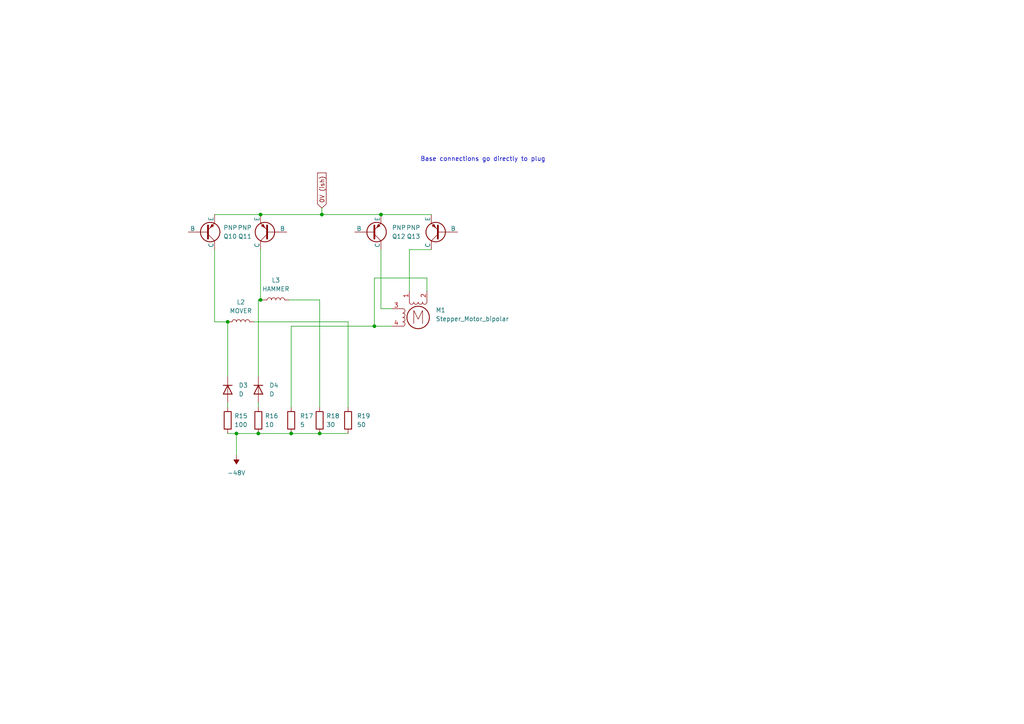
<source format=kicad_sch>
(kicad_sch (version 20250114) (generator "eeschema") (generator_version "9.0")
  (paper "A4")
  (lib_symbols
    (symbol "Device:D" (pin_numbers (hide yes)) (pin_names (offset 1.016) (hide yes))
      (property "Reference" "D" (at 0 2.54 0))
      (property "Value" "D" (at 0 -2.54 0))
      (symbol "D_0_1"
        (polyline (pts (xy -1.27 1.27) (xy -1.27 -1.27)) (stroke (width 0.254)))
        (polyline (pts (xy 1.27 1.27) (xy 1.27 -1.27) (xy -1.27 0) (xy 1.27 1.27)) (stroke (width 0.254)))
        (polyline (pts (xy 1.27 0) (xy -1.27 0)))
      )
      (symbol "D_1_1"
        (pin passive line (at -3.81 0 0) (length 2.54) (name "K") (number "1"))
        (pin passive line (at 3.81 0 180) (length 2.54) (name "A") (number "2"))
      )
    )
    (symbol "Device:L" (pin_numbers (hide yes)) (pin_names (offset 1.016) (hide yes))
      (property "Reference" "L" (at -1.27 0 90))
      (property "Value" "L" (at 1.905 0 90))
      (symbol "L_0_1"
        (arc (start 0 2.54) (mid 0.6323 1.905) (end 0 1.27))
        (arc (start 0 1.27) (mid 0.6323 0.635) (end 0 0))
        (arc (start 0 0) (mid 0.6323 -0.635) (end 0 -1.27))
        (arc (start 0 -1.27) (mid 0.6323 -1.905) (end 0 -2.54))
      )
      (symbol "L_1_1"
        (pin passive line (at 0 3.81 270) (length 1.27) (name "1") (number "1"))
        (pin passive line (at 0 -3.81 90) (length 1.27) (name "2") (number "2"))
      )
    )
    (symbol "Device:R" (pin_numbers (hide yes)) (pin_names (offset 0))
      (property "Reference" "R" (at 2.032 0 90))
      (property "Value" "R" (at 0 0 90))
      (symbol "R_0_1"
        (rectangle (start -1.016 -2.54) (end 1.016 2.54) (stroke (width 0.254)))
      )
      (symbol "R_1_1"
        (pin passive line (at 0 3.81 270) (length 1.27) (name "~") (number "1"))
        (pin passive line (at 0 -3.81 90) (length 1.27) (name "~") (number "2"))
      )
    )
    (symbol "Motor:Stepper_Motor_bipolar" (pin_names (offset 0) (hide yes))
      (property "Reference" "M" (at 3.81 2.54 0))
      (property "Value" "Stepper_Motor_bipolar" (at 3.81 1.27 0))
      (symbol "Stepper_Motor_bipolar_0_0"
        (polyline (pts (xy -1.27 -1.778) (xy -1.27 2.032) (xy 0 -0.508) (xy 1.27 2.032) (xy 1.27 -1.778)))
      )
      (symbol "Stepper_Motor_bipolar_0_1"
        (polyline (pts (xy -5.08 2.54) (xy -4.445 2.54)))
        (polyline (pts (xy -5.08 -2.54) (xy -4.445 -2.54)))
        (arc (start -4.445 2.54) (mid -3.8127 1.905) (end -4.445 1.27))
        (arc (start -4.445 1.27) (mid -3.8127 0.635) (end -4.445 0))
        (arc (start -4.445 0) (mid -3.8127 -0.635) (end -4.445 -1.27))
        (arc (start -4.445 -1.27) (mid -3.8127 -1.905) (end -4.445 -2.54))
        (polyline (pts (xy -2.54 5.08) (xy -2.54 4.445)))
        (arc (start -1.27 4.445) (mid -1.905 3.8127) (end -2.54 4.445))
        (arc (start 0 4.445) (mid -0.635 3.8127) (end -1.27 4.445))
        (circle (center 0 0) (radius 3.2512) (stroke (width 0.254)))
        (arc (start 1.27 4.445) (mid 0.635 3.8127) (end 0 4.445))
        (arc (start 2.54 4.445) (mid 1.905 3.8127) (end 1.27 4.445))
        (polyline (pts (xy 2.54 5.08) (xy 2.54 4.445)))
      )
      (symbol "Stepper_Motor_bipolar_1_1"
        (pin passive line (at -7.62 2.54 0) (length 2.54) (name "~") (number "3"))
        (pin passive line (at -7.62 -2.54 0) (length 2.54) (name "~") (number "4"))
        (pin passive line (at -2.54 7.62 270) (length 2.54) (name "~") (number "1"))
        (pin passive line (at 2.54 7.62 270) (length 2.54) (name "-") (number "2"))
      )
    )
    (symbol "Simulation_SPICE:PNP" (pin_numbers (hide yes)) (pin_names (offset 0))
      (property "Reference" "Q" (at -2.54 7.62 0))
      (property "Value" "PNP" (at -2.54 5.08 0))
      (symbol "PNP_0_1"
        (polyline (pts (xy -2.54 0) (xy 0.635 0)) (stroke (width 0.1524)))
        (polyline (pts (xy 0.635 1.905) (xy 0.635 -1.905) (xy 0.635 -1.905)) (stroke (width 0.508)))
        (polyline (pts (xy 0.635 0.635) (xy 2.54 2.54)))
        (polyline (pts (xy 0.635 -0.635) (xy 2.54 -2.54) (xy 2.54 -2.54)))
        (circle (center 1.27 0) (radius 2.8194) (stroke (width 0.254)))
        (polyline (pts (xy 2.286 -1.778) (xy 1.778 -2.286) (xy 1.27 -1.27) (xy 2.286 -1.778) (xy 2.286 -1.778)) (fill (type outline)))
      )
      (symbol "PNP_1_1"
        (pin input line (at -5.08 0 0) (length 2.54) (name "B") (number "2"))
        (pin open_collector line (at 2.54 5.08 270) (length 2.54) (name "C") (number "1"))
        (pin open_emitter line (at 2.54 -5.08 90) (length 2.54) (name "E") (number "3"))
      )
    )
    (symbol "power:-48V" (power) (pin_names (offset 0))
      (property "Value" "-48V" (at 0 3.81 0))
      (symbol "-48V_0_0"
        (pin power_in line (at 0 0 90) (length 0) (hide yes) (name "-48V") (number "1"))
      )
      (symbol "-48V_0_1"
        (polyline (pts (xy 0 0) (xy 0 1.27) (xy 0.762 1.27) (xy 0 2.54) (xy -0.762 1.27) (xy 0 1.27)) (fill (type outline)))
      )
    )
  )
  (text "Base connections go directly to plug" (at 121.92 46.99 0) (effects (font (size 1.27 1.27)) (justify left bottom)))
  (junction (at 75.565 86.995))
  (junction (at 108.585 94.615))
  (junction (at 66.04 93.345))
  (junction (at 75.565 62.23))
  (junction (at 92.71 125.73))
  (junction (at 93.345 62.23))
  (junction (at 74.93 125.73))
  (junction (at 84.455 125.73))
  (junction (at 68.58 125.73))
  (junction (at 110.49 62.23))
  (wire (pts (xy 62.23 62.23) (xy 75.565 62.23)))
  (wire (pts (xy 84.455 125.73) (xy 92.71 125.73)))
  (wire (pts (xy 108.585 80.645) (xy 108.585 94.615)))
  (wire (pts (xy 110.49 62.23) (xy 125.095 62.23)))
  (wire (pts (xy 92.71 125.73) (xy 100.965 125.73)))
  (wire (pts (xy 73.66 93.345) (xy 100.965 93.345)))
  (wire (pts (xy 62.23 93.345) (xy 66.04 93.345)))
  (wire (pts (xy 92.71 118.11) (xy 92.71 86.995)))
  (wire (pts (xy 75.565 62.23) (xy 93.345 62.23)))
  (wire (pts (xy 74.93 116.84) (xy 74.93 118.11)))
  (wire (pts (xy 108.585 94.615) (xy 84.455 94.615)))
  (wire (pts (xy 68.58 132.08) (xy 68.58 125.73)))
  (wire (pts (xy 75.565 72.39) (xy 75.565 86.995)))
  (wire (pts (xy 93.345 62.23) (xy 110.49 62.23)))
  (wire (pts (xy 92.71 86.995) (xy 83.82 86.995)))
  (wire (pts (xy 75.565 86.995) (xy 76.2 86.995)))
  (wire (pts (xy 74.93 109.22) (xy 74.93 86.995)))
  (wire (pts (xy 66.04 93.345) (xy 66.04 109.22)))
  (wire (pts (xy 110.49 72.39) (xy 110.49 89.535)))
  (wire (pts (xy 125.095 72.39) (xy 118.745 72.39)))
  (wire (pts (xy 68.58 125.73) (xy 74.93 125.73)))
  (wire (pts (xy 62.23 72.39) (xy 62.23 93.345)))
  (wire (pts (xy 123.825 84.455) (xy 123.825 80.645)))
  (wire (pts (xy 118.745 72.39) (xy 118.745 84.455)))
  (wire (pts (xy 66.04 116.84) (xy 66.04 118.11)))
  (wire (pts (xy 100.965 93.345) (xy 100.965 118.11)))
  (wire (pts (xy 113.665 94.615) (xy 108.585 94.615)))
  (wire (pts (xy 74.93 125.73) (xy 84.455 125.73)))
  (wire (pts (xy 68.58 125.73) (xy 66.04 125.73)))
  (wire (pts (xy 84.455 94.615) (xy 84.455 118.11)))
  (wire (pts (xy 93.345 60.325) (xy 93.345 62.23)))
  (wire (pts (xy 123.825 80.645) (xy 108.585 80.645)))
  (wire (pts (xy 110.49 89.535) (xy 113.665 89.535)))
  (wire (pts (xy 74.93 86.995) (xy 75.565 86.995)))
  (global_label "0V (ish)" (shape input) (at 93.345 60.325 90) (property "Intersheetrefs" "${INTERSHEET_REFS}" (effects (hide yes))))
  (symbol (lib_id "Simulation_SPICE:PNP") (at 127.635 67.31 180) (unit 1)
    (property "Reference" "Q13" (at 121.92 68.58 0) (effects (justify left)))
    (property "Value" "PNP" (at 121.92 66.04 0) (effects (justify left)))
    (property "Datasheet" "https://ngspice.sourceforge.io/docs/ngspice-html-manual/manual.xhtml#cha_BJTs" (effects (hide yes)))
    (property "Sim.Device" "PNP" (effects (hide yes)))
    (property "Sim.Type" "GUMMELPOON" (effects (hide yes)))
    (property "Sim.Pins" "1=C 2=B 3=E" (effects (hide yes)))
  )
  (symbol (lib_id "Device:D") (at 66.04 113.03 270) (unit 1)
    (property "Reference" "D3" (at 69.215 111.76 90) (effects (justify left)))
    (property "Value" "D" (at 69.215 114.3 90) (effects (justify left)))
    (property "Sim.Device" "D" (effects (hide yes)))
    (property "Sim.Pins" "1=K 2=A" (effects (hide yes)))
  )
  (symbol (lib_id "Device:R") (at 84.455 121.92 180) (unit 1)
    (property "Reference" "R17" (at 86.995 120.65 0) (effects (justify right)))
    (property "Value" "5" (at 86.995 123.19 0) (effects (justify right)))
  )
  (symbol (lib_id "power:-48V") (at 68.58 132.08 180) (unit 1)
    (property "Reference" "#PWR013" (effects (hide yes)))
    (property "Value" "-48V" (at 68.58 137.16 0))
  )
  (symbol (lib_id "Device:L") (at 80.01 86.995 90) (unit 1)
    (property "Reference" "L3" (at 80.01 81.28 90))
    (property "Value" "HAMMER" (at 80.01 83.82 90))
  )
  (symbol (lib_id "Device:L") (at 69.85 93.345 90) (unit 1)
    (property "Reference" "L2" (at 69.85 87.63 90))
    (property "Value" "MOVER" (at 69.85 90.17 90))
  )
  (symbol (lib_id "Simulation_SPICE:PNP") (at 107.95 67.31 0) (mirror x) (unit 1)
    (property "Reference" "Q12" (at 113.665 68.58 0) (effects (justify left)))
    (property "Value" "PNP" (at 113.665 66.04 0) (effects (justify left)))
    (property "Datasheet" "https://ngspice.sourceforge.io/docs/ngspice-html-manual/manual.xhtml#cha_BJTs" (effects (hide yes)))
    (property "Sim.Device" "PNP" (effects (hide yes)))
    (property "Sim.Type" "GUMMELPOON" (effects (hide yes)))
    (property "Sim.Pins" "1=C 2=B 3=E" (effects (hide yes)))
  )
  (symbol (lib_id "Device:R") (at 92.71 121.92 180) (unit 1)
    (property "Reference" "R18" (at 94.615 120.65 0) (effects (justify right)))
    (property "Value" "30" (at 94.615 123.19 0) (effects (justify right)))
  )
  (symbol (lib_id "Device:D") (at 74.93 113.03 270) (unit 1)
    (property "Reference" "D4" (at 78.105 111.76 90) (effects (justify left)))
    (property "Value" "D" (at 78.105 114.3 90) (effects (justify left)))
    (property "Sim.Device" "D" (effects (hide yes)))
    (property "Sim.Pins" "1=K 2=A" (effects (hide yes)))
  )
  (symbol (lib_id "Motor:Stepper_Motor_bipolar") (at 121.285 92.075 0) (unit 1)
    (property "Reference" "M1" (at 126.365 89.9541 0) (effects (justify left)))
    (property "Value" "Stepper_Motor_bipolar" (at 126.365 92.4941 0) (effects (justify left)))
    (property "Datasheet" "http://www.infineon.com/dgdl/Application-Note-TLE8110EE_driving_UniPolarStepperMotor_V1.1.pdf?fileId=db3a30431be39b97011be5d0aa0a00b0" (effects (hide yes)))
  )
  (symbol (lib_id "Simulation_SPICE:PNP") (at 78.105 67.31 180) (unit 1)
    (property "Reference" "Q11" (at 73.025 68.58 0) (effects (justify left)))
    (property "Value" "PNP" (at 73.025 66.04 0) (effects (justify left)))
    (property "Datasheet" "https://ngspice.sourceforge.io/docs/ngspice-html-manual/manual.xhtml#cha_BJTs" (effects (hide yes)))
    (property "Sim.Device" "PNP" (effects (hide yes)))
    (property "Sim.Type" "GUMMELPOON" (effects (hide yes)))
    (property "Sim.Pins" "1=C 2=B 3=E" (effects (hide yes)))
  )
  (symbol (lib_id "Device:R") (at 74.93 121.92 180) (unit 1)
    (property "Reference" "R16" (at 76.835 120.65 0) (effects (justify right)))
    (property "Value" "10" (at 76.835 123.19 0) (effects (justify right)))
  )
  (symbol (lib_id "Device:R") (at 100.965 121.92 180) (unit 1)
    (property "Reference" "R19" (at 103.505 120.65 0) (effects (justify right)))
    (property "Value" "50" (at 103.505 123.19 0) (effects (justify right)))
  )
  (symbol (lib_id "Device:R") (at 66.04 121.92 180) (unit 1)
    (property "Reference" "R15" (at 67.945 120.65 0) (effects (justify right)))
    (property "Value" "100" (at 67.945 123.19 0) (effects (justify right)))
  )
  (symbol (lib_id "Simulation_SPICE:PNP") (at 59.69 67.31 0) (mirror x) (unit 1)
    (property "Reference" "Q10" (at 64.77 68.58 0) (effects (justify left)))
    (property "Value" "PNP" (at 64.77 66.04 0) (effects (justify left)))
    (property "Datasheet" "https://ngspice.sourceforge.io/docs/ngspice-html-manual/manual.xhtml#cha_BJTs" (effects (hide yes)))
    (property "Sim.Device" "PNP" (effects (hide yes)))
    (property "Sim.Type" "GUMMELPOON" (effects (hide yes)))
    (property "Sim.Pins" "1=C 2=B 3=E" (effects (hide yes)))
  )
)
</source>
